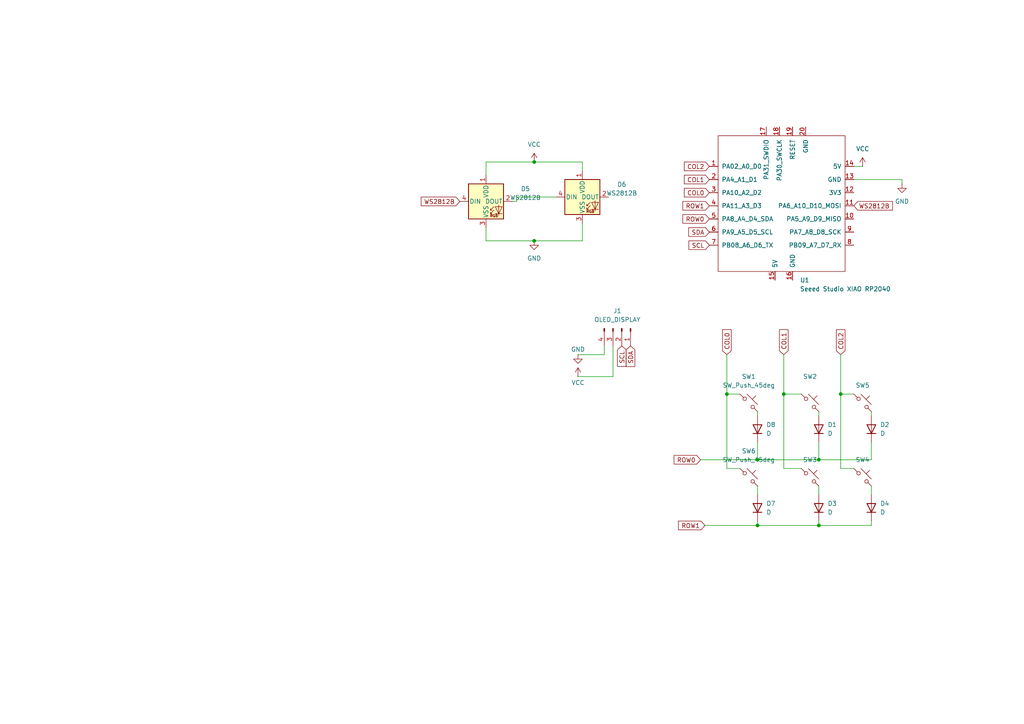
<source format=kicad_sch>
(kicad_sch
	(version 20250114)
	(generator "eeschema")
	(generator_version "9.0")
	(uuid "7995ec7a-c14b-437e-b354-3eb74052b7cb")
	(paper "A4")
	(lib_symbols
		(symbol "Connector:Conn_01x04_Pin"
			(pin_names
				(offset 1.016)
				(hide yes)
			)
			(exclude_from_sim no)
			(in_bom yes)
			(on_board yes)
			(property "Reference" "J"
				(at 0 5.08 0)
				(effects
					(font
						(size 1.27 1.27)
					)
				)
			)
			(property "Value" "Conn_01x04_Pin"
				(at 0 -7.62 0)
				(effects
					(font
						(size 1.27 1.27)
					)
				)
			)
			(property "Footprint" ""
				(at 0 0 0)
				(effects
					(font
						(size 1.27 1.27)
					)
					(hide yes)
				)
			)
			(property "Datasheet" "~"
				(at 0 0 0)
				(effects
					(font
						(size 1.27 1.27)
					)
					(hide yes)
				)
			)
			(property "Description" "Generic connector, single row, 01x04, script generated"
				(at 0 0 0)
				(effects
					(font
						(size 1.27 1.27)
					)
					(hide yes)
				)
			)
			(property "ki_locked" ""
				(at 0 0 0)
				(effects
					(font
						(size 1.27 1.27)
					)
				)
			)
			(property "ki_keywords" "connector"
				(at 0 0 0)
				(effects
					(font
						(size 1.27 1.27)
					)
					(hide yes)
				)
			)
			(property "ki_fp_filters" "Connector*:*_1x??_*"
				(at 0 0 0)
				(effects
					(font
						(size 1.27 1.27)
					)
					(hide yes)
				)
			)
			(symbol "Conn_01x04_Pin_1_1"
				(rectangle
					(start 0.8636 2.667)
					(end 0 2.413)
					(stroke
						(width 0.1524)
						(type default)
					)
					(fill
						(type outline)
					)
				)
				(rectangle
					(start 0.8636 0.127)
					(end 0 -0.127)
					(stroke
						(width 0.1524)
						(type default)
					)
					(fill
						(type outline)
					)
				)
				(rectangle
					(start 0.8636 -2.413)
					(end 0 -2.667)
					(stroke
						(width 0.1524)
						(type default)
					)
					(fill
						(type outline)
					)
				)
				(rectangle
					(start 0.8636 -4.953)
					(end 0 -5.207)
					(stroke
						(width 0.1524)
						(type default)
					)
					(fill
						(type outline)
					)
				)
				(polyline
					(pts
						(xy 1.27 2.54) (xy 0.8636 2.54)
					)
					(stroke
						(width 0.1524)
						(type default)
					)
					(fill
						(type none)
					)
				)
				(polyline
					(pts
						(xy 1.27 0) (xy 0.8636 0)
					)
					(stroke
						(width 0.1524)
						(type default)
					)
					(fill
						(type none)
					)
				)
				(polyline
					(pts
						(xy 1.27 -2.54) (xy 0.8636 -2.54)
					)
					(stroke
						(width 0.1524)
						(type default)
					)
					(fill
						(type none)
					)
				)
				(polyline
					(pts
						(xy 1.27 -5.08) (xy 0.8636 -5.08)
					)
					(stroke
						(width 0.1524)
						(type default)
					)
					(fill
						(type none)
					)
				)
				(pin passive line
					(at 5.08 2.54 180)
					(length 3.81)
					(name "Pin_1"
						(effects
							(font
								(size 1.27 1.27)
							)
						)
					)
					(number "1"
						(effects
							(font
								(size 1.27 1.27)
							)
						)
					)
				)
				(pin passive line
					(at 5.08 0 180)
					(length 3.81)
					(name "Pin_2"
						(effects
							(font
								(size 1.27 1.27)
							)
						)
					)
					(number "2"
						(effects
							(font
								(size 1.27 1.27)
							)
						)
					)
				)
				(pin passive line
					(at 5.08 -2.54 180)
					(length 3.81)
					(name "Pin_3"
						(effects
							(font
								(size 1.27 1.27)
							)
						)
					)
					(number "3"
						(effects
							(font
								(size 1.27 1.27)
							)
						)
					)
				)
				(pin passive line
					(at 5.08 -5.08 180)
					(length 3.81)
					(name "Pin_4"
						(effects
							(font
								(size 1.27 1.27)
							)
						)
					)
					(number "4"
						(effects
							(font
								(size 1.27 1.27)
							)
						)
					)
				)
			)
			(embedded_fonts no)
		)
		(symbol "Device:D"
			(pin_numbers
				(hide yes)
			)
			(pin_names
				(offset 1.016)
				(hide yes)
			)
			(exclude_from_sim no)
			(in_bom yes)
			(on_board yes)
			(property "Reference" "D"
				(at 0 2.54 0)
				(effects
					(font
						(size 1.27 1.27)
					)
				)
			)
			(property "Value" "D"
				(at 0 -2.54 0)
				(effects
					(font
						(size 1.27 1.27)
					)
				)
			)
			(property "Footprint" ""
				(at 0 0 0)
				(effects
					(font
						(size 1.27 1.27)
					)
					(hide yes)
				)
			)
			(property "Datasheet" "~"
				(at 0 0 0)
				(effects
					(font
						(size 1.27 1.27)
					)
					(hide yes)
				)
			)
			(property "Description" "Diode"
				(at 0 0 0)
				(effects
					(font
						(size 1.27 1.27)
					)
					(hide yes)
				)
			)
			(property "Sim.Device" "D"
				(at 0 0 0)
				(effects
					(font
						(size 1.27 1.27)
					)
					(hide yes)
				)
			)
			(property "Sim.Pins" "1=K 2=A"
				(at 0 0 0)
				(effects
					(font
						(size 1.27 1.27)
					)
					(hide yes)
				)
			)
			(property "ki_keywords" "diode"
				(at 0 0 0)
				(effects
					(font
						(size 1.27 1.27)
					)
					(hide yes)
				)
			)
			(property "ki_fp_filters" "TO-???* *_Diode_* *SingleDiode* D_*"
				(at 0 0 0)
				(effects
					(font
						(size 1.27 1.27)
					)
					(hide yes)
				)
			)
			(symbol "D_0_1"
				(polyline
					(pts
						(xy -1.27 1.27) (xy -1.27 -1.27)
					)
					(stroke
						(width 0.254)
						(type default)
					)
					(fill
						(type none)
					)
				)
				(polyline
					(pts
						(xy 1.27 1.27) (xy 1.27 -1.27) (xy -1.27 0) (xy 1.27 1.27)
					)
					(stroke
						(width 0.254)
						(type default)
					)
					(fill
						(type none)
					)
				)
				(polyline
					(pts
						(xy 1.27 0) (xy -1.27 0)
					)
					(stroke
						(width 0)
						(type default)
					)
					(fill
						(type none)
					)
				)
			)
			(symbol "D_1_1"
				(pin passive line
					(at -3.81 0 0)
					(length 2.54)
					(name "K"
						(effects
							(font
								(size 1.27 1.27)
							)
						)
					)
					(number "1"
						(effects
							(font
								(size 1.27 1.27)
							)
						)
					)
				)
				(pin passive line
					(at 3.81 0 180)
					(length 2.54)
					(name "A"
						(effects
							(font
								(size 1.27 1.27)
							)
						)
					)
					(number "2"
						(effects
							(font
								(size 1.27 1.27)
							)
						)
					)
				)
			)
			(embedded_fonts no)
		)
		(symbol "LED:WS2812B"
			(pin_names
				(offset 0.254)
			)
			(exclude_from_sim no)
			(in_bom yes)
			(on_board yes)
			(property "Reference" "D"
				(at 5.08 5.715 0)
				(effects
					(font
						(size 1.27 1.27)
					)
					(justify right bottom)
				)
			)
			(property "Value" "WS2812B"
				(at 1.27 -5.715 0)
				(effects
					(font
						(size 1.27 1.27)
					)
					(justify left top)
				)
			)
			(property "Footprint" "LED_SMD:LED_WS2812B_PLCC4_5.0x5.0mm_P3.2mm"
				(at 1.27 -7.62 0)
				(effects
					(font
						(size 1.27 1.27)
					)
					(justify left top)
					(hide yes)
				)
			)
			(property "Datasheet" "https://cdn-shop.adafruit.com/datasheets/WS2812B.pdf"
				(at 2.54 -9.525 0)
				(effects
					(font
						(size 1.27 1.27)
					)
					(justify left top)
					(hide yes)
				)
			)
			(property "Description" "RGB LED with integrated controller"
				(at 0 0 0)
				(effects
					(font
						(size 1.27 1.27)
					)
					(hide yes)
				)
			)
			(property "ki_keywords" "RGB LED NeoPixel addressable"
				(at 0 0 0)
				(effects
					(font
						(size 1.27 1.27)
					)
					(hide yes)
				)
			)
			(property "ki_fp_filters" "LED*WS2812*PLCC*5.0x5.0mm*P3.2mm*"
				(at 0 0 0)
				(effects
					(font
						(size 1.27 1.27)
					)
					(hide yes)
				)
			)
			(symbol "WS2812B_0_0"
				(text "RGB"
					(at 2.286 -4.191 0)
					(effects
						(font
							(size 0.762 0.762)
						)
					)
				)
			)
			(symbol "WS2812B_0_1"
				(polyline
					(pts
						(xy 1.27 -2.54) (xy 1.778 -2.54)
					)
					(stroke
						(width 0)
						(type default)
					)
					(fill
						(type none)
					)
				)
				(polyline
					(pts
						(xy 1.27 -3.556) (xy 1.778 -3.556)
					)
					(stroke
						(width 0)
						(type default)
					)
					(fill
						(type none)
					)
				)
				(polyline
					(pts
						(xy 2.286 -1.524) (xy 1.27 -2.54) (xy 1.27 -2.032)
					)
					(stroke
						(width 0)
						(type default)
					)
					(fill
						(type none)
					)
				)
				(polyline
					(pts
						(xy 2.286 -2.54) (xy 1.27 -3.556) (xy 1.27 -3.048)
					)
					(stroke
						(width 0)
						(type default)
					)
					(fill
						(type none)
					)
				)
				(polyline
					(pts
						(xy 3.683 -1.016) (xy 3.683 -3.556) (xy 3.683 -4.064)
					)
					(stroke
						(width 0)
						(type default)
					)
					(fill
						(type none)
					)
				)
				(polyline
					(pts
						(xy 4.699 -1.524) (xy 2.667 -1.524) (xy 3.683 -3.556) (xy 4.699 -1.524)
					)
					(stroke
						(width 0)
						(type default)
					)
					(fill
						(type none)
					)
				)
				(polyline
					(pts
						(xy 4.699 -3.556) (xy 2.667 -3.556)
					)
					(stroke
						(width 0)
						(type default)
					)
					(fill
						(type none)
					)
				)
				(rectangle
					(start 5.08 5.08)
					(end -5.08 -5.08)
					(stroke
						(width 0.254)
						(type default)
					)
					(fill
						(type background)
					)
				)
			)
			(symbol "WS2812B_1_1"
				(pin input line
					(at -7.62 0 0)
					(length 2.54)
					(name "DIN"
						(effects
							(font
								(size 1.27 1.27)
							)
						)
					)
					(number "4"
						(effects
							(font
								(size 1.27 1.27)
							)
						)
					)
				)
				(pin power_in line
					(at 0 7.62 270)
					(length 2.54)
					(name "VDD"
						(effects
							(font
								(size 1.27 1.27)
							)
						)
					)
					(number "1"
						(effects
							(font
								(size 1.27 1.27)
							)
						)
					)
				)
				(pin power_in line
					(at 0 -7.62 90)
					(length 2.54)
					(name "VSS"
						(effects
							(font
								(size 1.27 1.27)
							)
						)
					)
					(number "3"
						(effects
							(font
								(size 1.27 1.27)
							)
						)
					)
				)
				(pin output line
					(at 7.62 0 180)
					(length 2.54)
					(name "DOUT"
						(effects
							(font
								(size 1.27 1.27)
							)
						)
					)
					(number "2"
						(effects
							(font
								(size 1.27 1.27)
							)
						)
					)
				)
			)
			(embedded_fonts no)
		)
		(symbol "Seeed_Studio_XIAO_Series:Seeed Studio XIAO SAMD21"
			(pin_names
				(offset 1.016)
			)
			(exclude_from_sim no)
			(in_bom yes)
			(on_board yes)
			(property "Reference" "U"
				(at -19.05 22.86 0)
				(effects
					(font
						(size 1.27 1.27)
					)
				)
			)
			(property "Value" "Seeed Studio XIAO SAMD21"
				(at -12.7 21.59 0)
				(effects
					(font
						(size 1.27 1.27)
					)
				)
			)
			(property "Footprint" ""
				(at -8.89 5.08 0)
				(effects
					(font
						(size 1.27 1.27)
					)
					(hide yes)
				)
			)
			(property "Datasheet" ""
				(at -8.89 5.08 0)
				(effects
					(font
						(size 1.27 1.27)
					)
					(hide yes)
				)
			)
			(property "Description" ""
				(at 0 0 0)
				(effects
					(font
						(size 1.27 1.27)
					)
					(hide yes)
				)
			)
			(symbol "Seeed Studio XIAO SAMD21_0_1"
				(rectangle
					(start -19.05 20.32)
					(end 17.78 -19.05)
					(stroke
						(width 0)
						(type default)
					)
					(fill
						(type none)
					)
				)
			)
			(symbol "Seeed Studio XIAO SAMD21_1_1"
				(pin unspecified line
					(at -21.59 11.43 0)
					(length 2.54)
					(name "PA02_A0_D0"
						(effects
							(font
								(size 1.27 1.27)
							)
						)
					)
					(number "1"
						(effects
							(font
								(size 1.27 1.27)
							)
						)
					)
				)
				(pin unspecified line
					(at -21.59 7.62 0)
					(length 2.54)
					(name "PA4_A1_D1"
						(effects
							(font
								(size 1.27 1.27)
							)
						)
					)
					(number "2"
						(effects
							(font
								(size 1.27 1.27)
							)
						)
					)
				)
				(pin unspecified line
					(at -21.59 3.81 0)
					(length 2.54)
					(name "PA10_A2_D2"
						(effects
							(font
								(size 1.27 1.27)
							)
						)
					)
					(number "3"
						(effects
							(font
								(size 1.27 1.27)
							)
						)
					)
				)
				(pin unspecified line
					(at -21.59 0 0)
					(length 2.54)
					(name "PA11_A3_D3"
						(effects
							(font
								(size 1.27 1.27)
							)
						)
					)
					(number "4"
						(effects
							(font
								(size 1.27 1.27)
							)
						)
					)
				)
				(pin unspecified line
					(at -21.59 -3.81 0)
					(length 2.54)
					(name "PA8_A4_D4_SDA"
						(effects
							(font
								(size 1.27 1.27)
							)
						)
					)
					(number "5"
						(effects
							(font
								(size 1.27 1.27)
							)
						)
					)
				)
				(pin unspecified line
					(at -21.59 -7.62 0)
					(length 2.54)
					(name "PA9_A5_D5_SCL"
						(effects
							(font
								(size 1.27 1.27)
							)
						)
					)
					(number "6"
						(effects
							(font
								(size 1.27 1.27)
							)
						)
					)
				)
				(pin unspecified line
					(at -21.59 -11.43 0)
					(length 2.54)
					(name "PB08_A6_D6_TX"
						(effects
							(font
								(size 1.27 1.27)
							)
						)
					)
					(number "7"
						(effects
							(font
								(size 1.27 1.27)
							)
						)
					)
				)
				(pin input line
					(at -5.08 22.86 270)
					(length 2.54)
					(name "PA31_SWDIO"
						(effects
							(font
								(size 1.27 1.27)
							)
						)
					)
					(number "17"
						(effects
							(font
								(size 1.27 1.27)
							)
						)
					)
				)
				(pin input line
					(at -2.54 -21.59 90)
					(length 2.54)
					(name "5V"
						(effects
							(font
								(size 1.27 1.27)
							)
						)
					)
					(number "15"
						(effects
							(font
								(size 1.27 1.27)
							)
						)
					)
				)
				(pin input line
					(at -1.27 22.86 270)
					(length 2.54)
					(name "PA30_SWCLK"
						(effects
							(font
								(size 1.27 1.27)
							)
						)
					)
					(number "18"
						(effects
							(font
								(size 1.27 1.27)
							)
						)
					)
				)
				(pin input line
					(at 2.54 22.86 270)
					(length 2.54)
					(name "RESET"
						(effects
							(font
								(size 1.27 1.27)
							)
						)
					)
					(number "19"
						(effects
							(font
								(size 1.27 1.27)
							)
						)
					)
				)
				(pin input line
					(at 2.54 -21.59 90)
					(length 2.54)
					(name "GND"
						(effects
							(font
								(size 1.27 1.27)
							)
						)
					)
					(number "16"
						(effects
							(font
								(size 1.27 1.27)
							)
						)
					)
				)
				(pin input line
					(at 6.35 22.86 270)
					(length 2.54)
					(name "GND"
						(effects
							(font
								(size 1.27 1.27)
							)
						)
					)
					(number "20"
						(effects
							(font
								(size 1.27 1.27)
							)
						)
					)
				)
				(pin unspecified line
					(at 20.32 11.43 180)
					(length 2.54)
					(name "5V"
						(effects
							(font
								(size 1.27 1.27)
							)
						)
					)
					(number "14"
						(effects
							(font
								(size 1.27 1.27)
							)
						)
					)
				)
				(pin unspecified line
					(at 20.32 7.62 180)
					(length 2.54)
					(name "GND"
						(effects
							(font
								(size 1.27 1.27)
							)
						)
					)
					(number "13"
						(effects
							(font
								(size 1.27 1.27)
							)
						)
					)
				)
				(pin unspecified line
					(at 20.32 3.81 180)
					(length 2.54)
					(name "3V3"
						(effects
							(font
								(size 1.27 1.27)
							)
						)
					)
					(number "12"
						(effects
							(font
								(size 1.27 1.27)
							)
						)
					)
				)
				(pin unspecified line
					(at 20.32 0 180)
					(length 2.54)
					(name "PA6_A10_D10_MOSI"
						(effects
							(font
								(size 1.27 1.27)
							)
						)
					)
					(number "11"
						(effects
							(font
								(size 1.27 1.27)
							)
						)
					)
				)
				(pin unspecified line
					(at 20.32 -3.81 180)
					(length 2.54)
					(name "PA5_A9_D9_MISO"
						(effects
							(font
								(size 1.27 1.27)
							)
						)
					)
					(number "10"
						(effects
							(font
								(size 1.27 1.27)
							)
						)
					)
				)
				(pin unspecified line
					(at 20.32 -7.62 180)
					(length 2.54)
					(name "PA7_A8_D8_SCK"
						(effects
							(font
								(size 1.27 1.27)
							)
						)
					)
					(number "9"
						(effects
							(font
								(size 1.27 1.27)
							)
						)
					)
				)
				(pin unspecified line
					(at 20.32 -11.43 180)
					(length 2.54)
					(name "PB09_A7_D7_RX"
						(effects
							(font
								(size 1.27 1.27)
							)
						)
					)
					(number "8"
						(effects
							(font
								(size 1.27 1.27)
							)
						)
					)
				)
			)
			(embedded_fonts no)
		)
		(symbol "Switch:SW_Push_45deg"
			(pin_numbers
				(hide yes)
			)
			(pin_names
				(offset 1.016)
				(hide yes)
			)
			(exclude_from_sim no)
			(in_bom yes)
			(on_board yes)
			(property "Reference" "SW"
				(at 3.048 1.016 0)
				(effects
					(font
						(size 1.27 1.27)
					)
					(justify left)
				)
			)
			(property "Value" "SW_Push_45deg"
				(at 0 -3.81 0)
				(effects
					(font
						(size 1.27 1.27)
					)
				)
			)
			(property "Footprint" ""
				(at 0 0 0)
				(effects
					(font
						(size 1.27 1.27)
					)
					(hide yes)
				)
			)
			(property "Datasheet" "~"
				(at 0 0 0)
				(effects
					(font
						(size 1.27 1.27)
					)
					(hide yes)
				)
			)
			(property "Description" "Push button switch, normally open, two pins, 45° tilted"
				(at 0 0 0)
				(effects
					(font
						(size 1.27 1.27)
					)
					(hide yes)
				)
			)
			(property "ki_keywords" "switch normally-open pushbutton push-button"
				(at 0 0 0)
				(effects
					(font
						(size 1.27 1.27)
					)
					(hide yes)
				)
			)
			(symbol "SW_Push_45deg_0_1"
				(polyline
					(pts
						(xy -2.54 2.54) (xy -1.524 1.524) (xy -1.524 1.524)
					)
					(stroke
						(width 0)
						(type default)
					)
					(fill
						(type none)
					)
				)
				(circle
					(center -1.1684 1.1684)
					(radius 0.508)
					(stroke
						(width 0)
						(type default)
					)
					(fill
						(type none)
					)
				)
				(polyline
					(pts
						(xy -0.508 2.54) (xy 2.54 -0.508)
					)
					(stroke
						(width 0)
						(type default)
					)
					(fill
						(type none)
					)
				)
				(polyline
					(pts
						(xy 1.016 1.016) (xy 2.032 2.032)
					)
					(stroke
						(width 0)
						(type default)
					)
					(fill
						(type none)
					)
				)
				(circle
					(center 1.143 -1.1938)
					(radius 0.508)
					(stroke
						(width 0)
						(type default)
					)
					(fill
						(type none)
					)
				)
				(polyline
					(pts
						(xy 1.524 -1.524) (xy 2.54 -2.54) (xy 2.54 -2.54) (xy 2.54 -2.54)
					)
					(stroke
						(width 0)
						(type default)
					)
					(fill
						(type none)
					)
				)
				(pin passive line
					(at -2.54 2.54 0)
					(length 0)
					(name "1"
						(effects
							(font
								(size 1.27 1.27)
							)
						)
					)
					(number "1"
						(effects
							(font
								(size 1.27 1.27)
							)
						)
					)
				)
				(pin passive line
					(at 2.54 -2.54 180)
					(length 0)
					(name "2"
						(effects
							(font
								(size 1.27 1.27)
							)
						)
					)
					(number "2"
						(effects
							(font
								(size 1.27 1.27)
							)
						)
					)
				)
			)
			(embedded_fonts no)
		)
		(symbol "power:GND"
			(power)
			(pin_numbers
				(hide yes)
			)
			(pin_names
				(offset 0)
				(hide yes)
			)
			(exclude_from_sim no)
			(in_bom yes)
			(on_board yes)
			(property "Reference" "#PWR"
				(at 0 -6.35 0)
				(effects
					(font
						(size 1.27 1.27)
					)
					(hide yes)
				)
			)
			(property "Value" "GND"
				(at 0 -3.81 0)
				(effects
					(font
						(size 1.27 1.27)
					)
				)
			)
			(property "Footprint" ""
				(at 0 0 0)
				(effects
					(font
						(size 1.27 1.27)
					)
					(hide yes)
				)
			)
			(property "Datasheet" ""
				(at 0 0 0)
				(effects
					(font
						(size 1.27 1.27)
					)
					(hide yes)
				)
			)
			(property "Description" "Power symbol creates a global label with name \"GND\" , ground"
				(at 0 0 0)
				(effects
					(font
						(size 1.27 1.27)
					)
					(hide yes)
				)
			)
			(property "ki_keywords" "global power"
				(at 0 0 0)
				(effects
					(font
						(size 1.27 1.27)
					)
					(hide yes)
				)
			)
			(symbol "GND_0_1"
				(polyline
					(pts
						(xy 0 0) (xy 0 -1.27) (xy 1.27 -1.27) (xy 0 -2.54) (xy -1.27 -1.27) (xy 0 -1.27)
					)
					(stroke
						(width 0)
						(type default)
					)
					(fill
						(type none)
					)
				)
			)
			(symbol "GND_1_1"
				(pin power_in line
					(at 0 0 270)
					(length 0)
					(name "~"
						(effects
							(font
								(size 1.27 1.27)
							)
						)
					)
					(number "1"
						(effects
							(font
								(size 1.27 1.27)
							)
						)
					)
				)
			)
			(embedded_fonts no)
		)
		(symbol "power:VCC"
			(power)
			(pin_numbers
				(hide yes)
			)
			(pin_names
				(offset 0)
				(hide yes)
			)
			(exclude_from_sim no)
			(in_bom yes)
			(on_board yes)
			(property "Reference" "#PWR"
				(at 0 -3.81 0)
				(effects
					(font
						(size 1.27 1.27)
					)
					(hide yes)
				)
			)
			(property "Value" "VCC"
				(at 0 3.556 0)
				(effects
					(font
						(size 1.27 1.27)
					)
				)
			)
			(property "Footprint" ""
				(at 0 0 0)
				(effects
					(font
						(size 1.27 1.27)
					)
					(hide yes)
				)
			)
			(property "Datasheet" ""
				(at 0 0 0)
				(effects
					(font
						(size 1.27 1.27)
					)
					(hide yes)
				)
			)
			(property "Description" "Power symbol creates a global label with name \"VCC\""
				(at 0 0 0)
				(effects
					(font
						(size 1.27 1.27)
					)
					(hide yes)
				)
			)
			(property "ki_keywords" "global power"
				(at 0 0 0)
				(effects
					(font
						(size 1.27 1.27)
					)
					(hide yes)
				)
			)
			(symbol "VCC_0_1"
				(polyline
					(pts
						(xy -0.762 1.27) (xy 0 2.54)
					)
					(stroke
						(width 0)
						(type default)
					)
					(fill
						(type none)
					)
				)
				(polyline
					(pts
						(xy 0 2.54) (xy 0.762 1.27)
					)
					(stroke
						(width 0)
						(type default)
					)
					(fill
						(type none)
					)
				)
				(polyline
					(pts
						(xy 0 0) (xy 0 2.54)
					)
					(stroke
						(width 0)
						(type default)
					)
					(fill
						(type none)
					)
				)
			)
			(symbol "VCC_1_1"
				(pin power_in line
					(at 0 0 90)
					(length 0)
					(name "~"
						(effects
							(font
								(size 1.27 1.27)
							)
						)
					)
					(number "1"
						(effects
							(font
								(size 1.27 1.27)
							)
						)
					)
				)
			)
			(embedded_fonts no)
		)
	)
	(junction
		(at 237.49 133.35)
		(diameter 0)
		(color 0 0 0 0)
		(uuid "173a690b-3210-4656-8441-546f6d4b4334")
	)
	(junction
		(at 237.49 152.4)
		(diameter 0)
		(color 0 0 0 0)
		(uuid "48947ffd-7b89-458d-aa80-3473ee69a73f")
	)
	(junction
		(at 219.71 152.4)
		(diameter 0)
		(color 0 0 0 0)
		(uuid "49c01647-a276-428d-a54b-1f60cdb81458")
	)
	(junction
		(at 243.84 114.3)
		(diameter 0)
		(color 0 0 0 0)
		(uuid "a0827974-afdb-49b6-97c7-29c53811c96c")
	)
	(junction
		(at 154.94 46.99)
		(diameter 0)
		(color 0 0 0 0)
		(uuid "a0a3e963-c5de-4db3-9e80-f3bf285253c9")
	)
	(junction
		(at 227.33 114.3)
		(diameter 0)
		(color 0 0 0 0)
		(uuid "a408649e-970e-4e42-b1c2-5dcebf90a513")
	)
	(junction
		(at 154.94 69.85)
		(diameter 0)
		(color 0 0 0 0)
		(uuid "aa152780-3a1c-4d93-93da-92fa63b6565a")
	)
	(junction
		(at 219.71 133.35)
		(diameter 0)
		(color 0 0 0 0)
		(uuid "cfd27494-342f-4945-8ae3-f99bf8803f1e")
	)
	(junction
		(at 210.82 114.3)
		(diameter 0)
		(color 0 0 0 0)
		(uuid "d4a812ba-3454-449c-9081-d4a808f0773b")
	)
	(wire
		(pts
			(xy 167.64 109.22) (xy 177.8 109.22)
		)
		(stroke
			(width 0)
			(type default)
		)
		(uuid "04645bbf-6cbd-4a02-a078-77983fd3ff37")
	)
	(wire
		(pts
			(xy 154.94 69.85) (xy 168.91 69.85)
		)
		(stroke
			(width 0)
			(type default)
		)
		(uuid "053fcdbd-8366-492b-b6a5-286cd1f2ddd8")
	)
	(wire
		(pts
			(xy 168.91 64.77) (xy 168.91 69.85)
		)
		(stroke
			(width 0)
			(type default)
		)
		(uuid "061d385c-2a32-497d-93cb-729c305b5228")
	)
	(wire
		(pts
			(xy 252.73 140.97) (xy 252.73 143.51)
		)
		(stroke
			(width 0)
			(type default)
		)
		(uuid "09a85c9d-c7d6-48a8-98c9-0e5d310babaf")
	)
	(wire
		(pts
			(xy 175.26 102.87) (xy 175.26 100.33)
		)
		(stroke
			(width 0)
			(type default)
		)
		(uuid "13e25769-93f2-42c4-be90-f4ffc0e25e96")
	)
	(wire
		(pts
			(xy 237.49 133.35) (xy 252.73 133.35)
		)
		(stroke
			(width 0)
			(type default)
		)
		(uuid "190df610-28e2-4639-8e89-b8079e4f1522")
	)
	(wire
		(pts
			(xy 227.33 114.3) (xy 227.33 135.89)
		)
		(stroke
			(width 0)
			(type default)
		)
		(uuid "2007312d-8103-4a3f-8d0c-86af3d813d08")
	)
	(wire
		(pts
			(xy 237.49 152.4) (xy 252.73 152.4)
		)
		(stroke
			(width 0)
			(type default)
		)
		(uuid "281dbfff-ace6-4a96-acb3-5458ded7df53")
	)
	(wire
		(pts
			(xy 237.49 151.13) (xy 237.49 152.4)
		)
		(stroke
			(width 0)
			(type default)
		)
		(uuid "2b924d2f-9bdc-4f14-a6ed-9edee8fc1eb7")
	)
	(wire
		(pts
			(xy 140.97 46.99) (xy 140.97 50.8)
		)
		(stroke
			(width 0)
			(type default)
		)
		(uuid "31a07a2d-f07a-4781-828e-4ac78d2951bc")
	)
	(wire
		(pts
			(xy 168.91 46.99) (xy 154.94 46.99)
		)
		(stroke
			(width 0)
			(type default)
		)
		(uuid "35bc41cb-2d3e-4b96-90f4-5ff6ca7ea399")
	)
	(wire
		(pts
			(xy 167.64 102.87) (xy 175.26 102.87)
		)
		(stroke
			(width 0)
			(type default)
		)
		(uuid "3947a5e2-6d75-4174-a994-8da27e1525d6")
	)
	(wire
		(pts
			(xy 177.8 109.22) (xy 177.8 100.33)
		)
		(stroke
			(width 0)
			(type default)
		)
		(uuid "394f17be-7acf-4d28-971c-ed4c534ea352")
	)
	(wire
		(pts
			(xy 149.86 57.15) (xy 161.29 57.15)
		)
		(stroke
			(width 0)
			(type default)
		)
		(uuid "3d343ed7-98f0-4ecb-9ddc-d8b4bfc630c4")
	)
	(wire
		(pts
			(xy 214.63 135.89) (xy 210.82 135.89)
		)
		(stroke
			(width 0)
			(type default)
		)
		(uuid "3d71dab8-e08c-4139-a1c4-79193aed4b07")
	)
	(wire
		(pts
			(xy 219.71 152.4) (xy 237.49 152.4)
		)
		(stroke
			(width 0)
			(type default)
		)
		(uuid "406bf70b-b75d-485e-ab2e-4835ca3ec085")
	)
	(wire
		(pts
			(xy 210.82 114.3) (xy 210.82 135.89)
		)
		(stroke
			(width 0)
			(type default)
		)
		(uuid "49b03598-7358-4fe4-91a2-752184a91e1c")
	)
	(wire
		(pts
			(xy 237.49 128.27) (xy 237.49 133.35)
		)
		(stroke
			(width 0)
			(type default)
		)
		(uuid "4dec9344-a83a-4221-a6fa-a0f3d4e45d45")
	)
	(wire
		(pts
			(xy 219.71 128.27) (xy 219.71 133.35)
		)
		(stroke
			(width 0)
			(type default)
		)
		(uuid "4ed192b0-dd2a-402e-9f67-4c2e8562ffa2")
	)
	(wire
		(pts
			(xy 237.49 120.65) (xy 237.49 119.38)
		)
		(stroke
			(width 0)
			(type default)
		)
		(uuid "699e436d-b96c-4560-8fff-2c5304bee93e")
	)
	(wire
		(pts
			(xy 140.97 69.85) (xy 140.97 66.04)
		)
		(stroke
			(width 0)
			(type default)
		)
		(uuid "6bf73ac6-9bb4-476b-ac9b-a84e89145813")
	)
	(wire
		(pts
			(xy 210.82 114.3) (xy 214.63 114.3)
		)
		(stroke
			(width 0)
			(type default)
		)
		(uuid "7322c52b-7227-40fa-bd95-9937806930f3")
	)
	(wire
		(pts
			(xy 219.71 151.13) (xy 219.71 152.4)
		)
		(stroke
			(width 0)
			(type default)
		)
		(uuid "7dd5d8c7-4368-4240-903d-fb43db0c05e5")
	)
	(wire
		(pts
			(xy 243.84 114.3) (xy 247.65 114.3)
		)
		(stroke
			(width 0)
			(type default)
		)
		(uuid "83342417-303d-4182-bbad-6e37aebdbae2")
	)
	(wire
		(pts
			(xy 243.84 114.3) (xy 243.84 102.87)
		)
		(stroke
			(width 0)
			(type default)
		)
		(uuid "8797094d-0e19-4df9-b8f8-28dcf4a94acf")
	)
	(wire
		(pts
			(xy 243.84 135.89) (xy 247.65 135.89)
		)
		(stroke
			(width 0)
			(type default)
		)
		(uuid "88bfb973-b771-4238-a050-093f29ffba4b")
	)
	(wire
		(pts
			(xy 243.84 114.3) (xy 243.84 135.89)
		)
		(stroke
			(width 0)
			(type default)
		)
		(uuid "8a484478-efcc-4efe-8da4-1ea751d1066b")
	)
	(wire
		(pts
			(xy 247.65 52.07) (xy 261.62 52.07)
		)
		(stroke
			(width 0)
			(type default)
		)
		(uuid "8b6930d4-589b-4cea-b44a-b7fcab7a457b")
	)
	(wire
		(pts
			(xy 140.97 46.99) (xy 154.94 46.99)
		)
		(stroke
			(width 0)
			(type default)
		)
		(uuid "9104f132-cad4-40b4-b74d-07cfa76df317")
	)
	(wire
		(pts
			(xy 219.71 140.97) (xy 219.71 143.51)
		)
		(stroke
			(width 0)
			(type default)
		)
		(uuid "ab42eb2e-d78f-4b1d-8c78-e4f29e66a9c5")
	)
	(wire
		(pts
			(xy 247.65 48.26) (xy 250.19 48.26)
		)
		(stroke
			(width 0)
			(type default)
		)
		(uuid "af6065b3-a5f4-4b5c-a4c3-f28ef2c38ab3")
	)
	(wire
		(pts
			(xy 204.47 152.4) (xy 219.71 152.4)
		)
		(stroke
			(width 0)
			(type default)
		)
		(uuid "b56514fb-8a3b-4174-816e-207f34f9894b")
	)
	(wire
		(pts
			(xy 219.71 119.38) (xy 219.71 120.65)
		)
		(stroke
			(width 0)
			(type default)
		)
		(uuid "bf12b70b-330c-4ac8-b7ff-a83a4b540dcd")
	)
	(wire
		(pts
			(xy 210.82 102.87) (xy 210.82 114.3)
		)
		(stroke
			(width 0)
			(type default)
		)
		(uuid "c104f100-1d77-4b72-a99d-72ab37c1be9a")
	)
	(wire
		(pts
			(xy 252.73 152.4) (xy 252.73 151.13)
		)
		(stroke
			(width 0)
			(type default)
		)
		(uuid "c3fe4e43-9665-4549-b25c-572108d0fb23")
	)
	(wire
		(pts
			(xy 219.71 133.35) (xy 237.49 133.35)
		)
		(stroke
			(width 0)
			(type default)
		)
		(uuid "c420ee34-a48f-4803-aa93-8132c8aeae9a")
	)
	(wire
		(pts
			(xy 227.33 102.87) (xy 227.33 114.3)
		)
		(stroke
			(width 0)
			(type default)
		)
		(uuid "c6ace9b0-6c93-4563-bd96-3a8eaaad3bba")
	)
	(wire
		(pts
			(xy 203.2 133.35) (xy 219.71 133.35)
		)
		(stroke
			(width 0)
			(type default)
		)
		(uuid "ce034b89-f30d-4ea0-ab56-1ab65ddd23bd")
	)
	(wire
		(pts
			(xy 252.73 128.27) (xy 252.73 133.35)
		)
		(stroke
			(width 0)
			(type default)
		)
		(uuid "d87832f6-f1c5-4653-8e03-c10d6573673e")
	)
	(wire
		(pts
			(xy 227.33 135.89) (xy 232.41 135.89)
		)
		(stroke
			(width 0)
			(type default)
		)
		(uuid "d9cb31e4-8b34-47e1-ab13-8c7eabb6b089")
	)
	(wire
		(pts
			(xy 261.62 53.34) (xy 261.62 52.07)
		)
		(stroke
			(width 0)
			(type default)
		)
		(uuid "df01fcef-5303-418c-9bba-6b7dcf36ab16")
	)
	(wire
		(pts
			(xy 168.91 46.99) (xy 168.91 49.53)
		)
		(stroke
			(width 0)
			(type default)
		)
		(uuid "e974e009-fb47-482c-aa0e-853c8d5d5487")
	)
	(wire
		(pts
			(xy 140.97 69.85) (xy 154.94 69.85)
		)
		(stroke
			(width 0)
			(type default)
		)
		(uuid "eb1b54ec-2be3-4e04-8611-afe29e57e63a")
	)
	(wire
		(pts
			(xy 148.59 58.42) (xy 149.86 58.42)
		)
		(stroke
			(width 0)
			(type default)
		)
		(uuid "eed9bdf0-0959-404f-aa39-c33d7733cdd5")
	)
	(wire
		(pts
			(xy 237.49 143.51) (xy 237.49 140.97)
		)
		(stroke
			(width 0)
			(type default)
		)
		(uuid "eff4b2e9-aa3f-43c7-a26f-0118885a3eff")
	)
	(wire
		(pts
			(xy 149.86 58.42) (xy 149.86 57.15)
		)
		(stroke
			(width 0)
			(type default)
		)
		(uuid "f91a685a-f933-41a9-811a-bf9507f13b28")
	)
	(wire
		(pts
			(xy 227.33 114.3) (xy 232.41 114.3)
		)
		(stroke
			(width 0)
			(type default)
		)
		(uuid "f9a2e48c-deb5-4100-96f3-2691ee7b34db")
	)
	(wire
		(pts
			(xy 252.73 119.38) (xy 252.73 120.65)
		)
		(stroke
			(width 0)
			(type default)
		)
		(uuid "fd3313ae-c2d2-4651-b5a1-b0e22385fe04")
	)
	(global_label "SCL"
		(shape input)
		(at 205.74 71.12 180)
		(fields_autoplaced yes)
		(effects
			(font
				(size 1.27 1.27)
			)
			(justify right)
		)
		(uuid "03172a83-fb0c-4f84-bce3-2f121971dbf5")
		(property "Intersheetrefs" "${INTERSHEET_REFS}"
			(at 199.2472 71.12 0)
			(effects
				(font
					(size 1.27 1.27)
				)
				(justify right)
				(hide yes)
			)
		)
	)
	(global_label "ROW1"
		(shape input)
		(at 205.74 59.69 180)
		(fields_autoplaced yes)
		(effects
			(font
				(size 1.27 1.27)
			)
			(justify right)
		)
		(uuid "191cec98-a81d-4f61-b293-5a29ed01c5c6")
		(property "Intersheetrefs" "${INTERSHEET_REFS}"
			(at 197.4934 59.69 0)
			(effects
				(font
					(size 1.27 1.27)
				)
				(justify right)
				(hide yes)
			)
		)
	)
	(global_label "COL0"
		(shape input)
		(at 205.74 55.88 180)
		(fields_autoplaced yes)
		(effects
			(font
				(size 1.27 1.27)
			)
			(justify right)
		)
		(uuid "4698145f-d06b-4761-b695-7709dca102a2")
		(property "Intersheetrefs" "${INTERSHEET_REFS}"
			(at 197.9167 55.88 0)
			(effects
				(font
					(size 1.27 1.27)
				)
				(justify right)
				(hide yes)
			)
		)
	)
	(global_label "SDA"
		(shape input)
		(at 205.74 67.31 180)
		(fields_autoplaced yes)
		(effects
			(font
				(size 1.27 1.27)
			)
			(justify right)
		)
		(uuid "7039c775-1ef0-4578-87a2-2a26ba205606")
		(property "Intersheetrefs" "${INTERSHEET_REFS}"
			(at 199.1867 67.31 0)
			(effects
				(font
					(size 1.27 1.27)
				)
				(justify right)
				(hide yes)
			)
		)
	)
	(global_label "COL2"
		(shape input)
		(at 205.74 48.26 180)
		(fields_autoplaced yes)
		(effects
			(font
				(size 1.27 1.27)
			)
			(justify right)
		)
		(uuid "754e315b-b1e0-4a57-bba5-26a8e88f9abf")
		(property "Intersheetrefs" "${INTERSHEET_REFS}"
			(at 197.9167 48.26 0)
			(effects
				(font
					(size 1.27 1.27)
				)
				(justify right)
				(hide yes)
			)
		)
	)
	(global_label "WS2812B"
		(shape input)
		(at 247.65 59.69 0)
		(fields_autoplaced yes)
		(effects
			(font
				(size 1.27 1.27)
			)
			(justify left)
		)
		(uuid "77a7d61a-57a5-4964-a0d3-ed6d174ce260")
		(property "Intersheetrefs" "${INTERSHEET_REFS}"
			(at 259.4041 59.69 0)
			(effects
				(font
					(size 1.27 1.27)
				)
				(justify left)
				(hide yes)
			)
		)
	)
	(global_label "ROW1"
		(shape input)
		(at 204.47 152.4 180)
		(fields_autoplaced yes)
		(effects
			(font
				(size 1.27 1.27)
			)
			(justify right)
		)
		(uuid "8a36f6f2-e40b-48ba-b764-768d1d24f28b")
		(property "Intersheetrefs" "${INTERSHEET_REFS}"
			(at 196.2234 152.4 0)
			(effects
				(font
					(size 1.27 1.27)
				)
				(justify right)
				(hide yes)
			)
		)
	)
	(global_label "ROW0"
		(shape input)
		(at 203.2 133.35 180)
		(fields_autoplaced yes)
		(effects
			(font
				(size 1.27 1.27)
			)
			(justify right)
		)
		(uuid "91e750fc-e593-489e-9e3b-f10f554faf94")
		(property "Intersheetrefs" "${INTERSHEET_REFS}"
			(at 194.9534 133.35 0)
			(effects
				(font
					(size 1.27 1.27)
				)
				(justify right)
				(hide yes)
			)
		)
	)
	(global_label "SCL"
		(shape input)
		(at 180.34 100.33 270)
		(fields_autoplaced yes)
		(effects
			(font
				(size 1.27 1.27)
			)
			(justify right)
		)
		(uuid "946cbfe1-c02b-45ad-ad5a-c9dd09cce658")
		(property "Intersheetrefs" "${INTERSHEET_REFS}"
			(at 180.34 106.8228 90)
			(effects
				(font
					(size 1.27 1.27)
				)
				(justify right)
				(hide yes)
			)
		)
	)
	(global_label "WS2812B"
		(shape input)
		(at 133.35 58.42 180)
		(effects
			(font
				(size 1.27 1.27)
			)
			(justify right)
		)
		(uuid "993ab961-f7b4-4b7b-8f8d-877b3cf31279")
		(property "Intersheetrefs" "${INTERSHEET_REFS}"
			(at 125.4059 58.42 0)
			(effects
				(font
					(size 1.27 1.27)
				)
				(justify right)
				(hide yes)
			)
		)
	)
	(global_label "ROW0"
		(shape input)
		(at 205.74 63.5 180)
		(fields_autoplaced yes)
		(effects
			(font
				(size 1.27 1.27)
			)
			(justify right)
		)
		(uuid "a1bfec4f-ff5c-4fe4-a992-5807ffe0fc0f")
		(property "Intersheetrefs" "${INTERSHEET_REFS}"
			(at 197.4934 63.5 0)
			(effects
				(font
					(size 1.27 1.27)
				)
				(justify right)
				(hide yes)
			)
		)
	)
	(global_label "COL2"
		(shape input)
		(at 243.84 102.87 90)
		(fields_autoplaced yes)
		(effects
			(font
				(size 1.27 1.27)
			)
			(justify left)
		)
		(uuid "a2a1323e-bf04-4c8d-aa66-909b389748ad")
		(property "Intersheetrefs" "${INTERSHEET_REFS}"
			(at 243.84 95.0467 90)
			(effects
				(font
					(size 1.27 1.27)
				)
				(justify left)
				(hide yes)
			)
		)
	)
	(global_label "COL1"
		(shape input)
		(at 205.74 52.07 180)
		(fields_autoplaced yes)
		(effects
			(font
				(size 1.27 1.27)
			)
			(justify right)
		)
		(uuid "abb7426e-acde-408b-b827-314744c6a551")
		(property "Intersheetrefs" "${INTERSHEET_REFS}"
			(at 197.9167 52.07 0)
			(effects
				(font
					(size 1.27 1.27)
				)
				(justify right)
				(hide yes)
			)
		)
	)
	(global_label "COL0"
		(shape input)
		(at 210.82 102.87 90)
		(fields_autoplaced yes)
		(effects
			(font
				(size 1.27 1.27)
			)
			(justify left)
		)
		(uuid "c6ace0d9-52f3-4526-a14a-4a857e0bd535")
		(property "Intersheetrefs" "${INTERSHEET_REFS}"
			(at 210.82 95.0467 90)
			(effects
				(font
					(size 1.27 1.27)
				)
				(justify left)
				(hide yes)
			)
		)
	)
	(global_label "SDA"
		(shape input)
		(at 182.88 100.33 270)
		(fields_autoplaced yes)
		(effects
			(font
				(size 1.27 1.27)
			)
			(justify right)
		)
		(uuid "e33c8e51-9148-41cb-acfd-e7d7e0994a4d")
		(property "Intersheetrefs" "${INTERSHEET_REFS}"
			(at 182.88 106.8833 90)
			(effects
				(font
					(size 1.27 1.27)
				)
				(justify right)
				(hide yes)
			)
		)
	)
	(global_label "COL1"
		(shape input)
		(at 227.33 102.87 90)
		(fields_autoplaced yes)
		(effects
			(font
				(size 1.27 1.27)
			)
			(justify left)
		)
		(uuid "f08f0933-cd5e-495e-8592-1b11e5eae7e9")
		(property "Intersheetrefs" "${INTERSHEET_REFS}"
			(at 227.33 95.0467 90)
			(effects
				(font
					(size 1.27 1.27)
				)
				(justify left)
				(hide yes)
			)
		)
	)
	(symbol
		(lib_id "Device:D")
		(at 252.73 124.46 90)
		(unit 1)
		(exclude_from_sim no)
		(in_bom yes)
		(on_board yes)
		(dnp no)
		(fields_autoplaced yes)
		(uuid "1b8111b6-5ee1-4967-ad71-226bcdc46624")
		(property "Reference" "D2"
			(at 255.27 123.1899 90)
			(effects
				(font
					(size 1.27 1.27)
				)
				(justify right)
			)
		)
		(property "Value" "D"
			(at 255.27 125.7299 90)
			(effects
				(font
					(size 1.27 1.27)
				)
				(justify right)
			)
		)
		(property "Footprint" "Diode_THT:D_DO-35_SOD27_P7.62mm_Horizontal"
			(at 252.73 124.46 0)
			(effects
				(font
					(size 1.27 1.27)
				)
				(hide yes)
			)
		)
		(property "Datasheet" "~"
			(at 252.73 124.46 0)
			(effects
				(font
					(size 1.27 1.27)
				)
				(hide yes)
			)
		)
		(property "Description" "Diode"
			(at 252.73 124.46 0)
			(effects
				(font
					(size 1.27 1.27)
				)
				(hide yes)
			)
		)
		(property "Sim.Device" "D"
			(at 252.73 124.46 0)
			(effects
				(font
					(size 1.27 1.27)
				)
				(hide yes)
			)
		)
		(property "Sim.Pins" "1=K 2=A"
			(at 252.73 124.46 0)
			(effects
				(font
					(size 1.27 1.27)
				)
				(hide yes)
			)
		)
		(pin "2"
			(uuid "98bc29af-8231-4192-a8c9-f222a8739fe8")
		)
		(pin "1"
			(uuid "a7173550-edc6-4d70-b699-db4675a29b3c")
		)
		(instances
			(project "orpheuspad_pcb"
				(path "/7995ec7a-c14b-437e-b354-3eb74052b7cb"
					(reference "D2")
					(unit 1)
				)
			)
		)
	)
	(symbol
		(lib_id "Seeed_Studio_XIAO_Series:Seeed Studio XIAO SAMD21")
		(at 227.33 59.69 0)
		(unit 1)
		(exclude_from_sim no)
		(in_bom yes)
		(on_board yes)
		(dnp no)
		(fields_autoplaced yes)
		(uuid "2ff0ac81-a7cc-4949-89ae-1b7dcceb15ad")
		(property "Reference" "U1"
			(at 232.0133 81.28 0)
			(effects
				(font
					(size 1.27 1.27)
				)
				(justify left)
			)
		)
		(property "Value" "Seeed Studio XIAO RP2040"
			(at 232.0133 83.82 0)
			(effects
				(font
					(size 1.27 1.27)
				)
				(justify left)
			)
		)
		(property "Footprint" "Seeed Studio XIAO Series Library:XIAO-RP2040-SMD"
			(at 218.44 54.61 0)
			(effects
				(font
					(size 1.27 1.27)
				)
				(hide yes)
			)
		)
		(property "Datasheet" ""
			(at 218.44 54.61 0)
			(effects
				(font
					(size 1.27 1.27)
				)
				(hide yes)
			)
		)
		(property "Description" ""
			(at 227.33 59.69 0)
			(effects
				(font
					(size 1.27 1.27)
				)
				(hide yes)
			)
		)
		(pin "7"
			(uuid "2cf73d7b-18a0-48c0-b6ad-7c578d09a159")
		)
		(pin "3"
			(uuid "d07d5f8b-6234-4c7c-9554-3539b1910769")
		)
		(pin "18"
			(uuid "f29c953d-95ef-4751-b43d-e9022acba5a3")
		)
		(pin "5"
			(uuid "940e1e3b-6745-433b-98c4-df3cc3ee0818")
		)
		(pin "19"
			(uuid "59ad9cb1-0439-4ec9-8023-e2ec1800c06a")
		)
		(pin "4"
			(uuid "6f6d7858-79ab-430f-88d1-f9eff74f2f95")
		)
		(pin "20"
			(uuid "7e516b80-9b93-4a5f-8cf4-f3705d76716b")
		)
		(pin "17"
			(uuid "9ff7777d-7d6f-4fc1-9409-4ba7711cc678")
		)
		(pin "2"
			(uuid "3b18361b-457d-4224-b828-6a04fbdede9e")
		)
		(pin "6"
			(uuid "02bb43ed-ec8b-463e-bb2e-8e956bf74f09")
		)
		(pin "8"
			(uuid "ba7bee5a-e499-4167-b982-e88276709a7f")
		)
		(pin "1"
			(uuid "138e4a3c-7918-4fa2-a9d3-6ab057c0b93c")
		)
		(pin "10"
			(uuid "f0d99179-ebca-4d62-af5a-f4bfff460f1b")
		)
		(pin "11"
			(uuid "3973656c-72bb-4713-87eb-2c53ef56d0bd")
		)
		(pin "15"
			(uuid "3d1ff4e6-1d59-4cd8-bbd4-79d1542fd833")
		)
		(pin "12"
			(uuid "a9412a99-0b7c-470a-a906-70bae6856b89")
		)
		(pin "13"
			(uuid "18206cf8-f68b-4910-b4b8-f569f9a5c471")
		)
		(pin "14"
			(uuid "edbf9be2-6ce3-43a7-8c35-0f4b6934746a")
		)
		(pin "9"
			(uuid "c01d0072-e5e8-4381-89ee-5924e6ee3e68")
		)
		(pin "16"
			(uuid "49d79189-914a-45cc-938e-6949774ef2a9")
		)
		(instances
			(project "orpheuspad_pcb"
				(path "/7995ec7a-c14b-437e-b354-3eb74052b7cb"
					(reference "U1")
					(unit 1)
				)
			)
		)
	)
	(symbol
		(lib_id "power:GND")
		(at 167.64 102.87 0)
		(unit 1)
		(exclude_from_sim no)
		(in_bom yes)
		(on_board yes)
		(dnp no)
		(uuid "3ce3ec76-219b-49ca-a4aa-519bd6991a20")
		(property "Reference" "#PWR04"
			(at 167.64 109.22 0)
			(effects
				(font
					(size 1.27 1.27)
				)
				(hide yes)
			)
		)
		(property "Value" "GND"
			(at 167.64 101.346 0)
			(effects
				(font
					(size 1.27 1.27)
				)
			)
		)
		(property "Footprint" ""
			(at 167.64 102.87 0)
			(effects
				(font
					(size 1.27 1.27)
				)
				(hide yes)
			)
		)
		(property "Datasheet" ""
			(at 167.64 102.87 0)
			(effects
				(font
					(size 1.27 1.27)
				)
				(hide yes)
			)
		)
		(property "Description" "Power symbol creates a global label with name \"GND\" , ground"
			(at 167.64 102.87 0)
			(effects
				(font
					(size 1.27 1.27)
				)
				(hide yes)
			)
		)
		(pin "1"
			(uuid "75a45ce0-0251-4344-af0a-7097ea942cfb")
		)
		(instances
			(project "orpheuspad_pcb"
				(path "/7995ec7a-c14b-437e-b354-3eb74052b7cb"
					(reference "#PWR04")
					(unit 1)
				)
			)
		)
	)
	(symbol
		(lib_id "LED:WS2812B")
		(at 168.91 57.15 0)
		(unit 1)
		(exclude_from_sim no)
		(in_bom yes)
		(on_board yes)
		(dnp no)
		(fields_autoplaced yes)
		(uuid "43612a65-c721-4ebd-be2c-baea73666282")
		(property "Reference" "D6"
			(at 180.34 53.502 0)
			(effects
				(font
					(size 1.27 1.27)
				)
			)
		)
		(property "Value" "WS2812B"
			(at 180.34 56.042 0)
			(effects
				(font
					(size 1.27 1.27)
				)
			)
		)
		(property "Footprint" "LED_SMD:LED_WS2812B_PLCC4_5.0x5.0mm_P3.2mm"
			(at 170.18 64.77 0)
			(effects
				(font
					(size 1.27 1.27)
				)
				(justify left top)
				(hide yes)
			)
		)
		(property "Datasheet" "https://cdn-shop.adafruit.com/datasheets/WS2812B.pdf"
			(at 171.45 66.675 0)
			(effects
				(font
					(size 1.27 1.27)
				)
				(justify left top)
				(hide yes)
			)
		)
		(property "Description" "RGB LED with integrated controller"
			(at 168.91 57.15 0)
			(effects
				(font
					(size 1.27 1.27)
				)
				(hide yes)
			)
		)
		(pin "1"
			(uuid "9a720086-1217-4d94-a158-81b4ca48b3eb")
		)
		(pin "2"
			(uuid "9ecc52d0-4440-4131-ad7e-c16ca1532f22")
		)
		(pin "3"
			(uuid "e6a10253-7863-4a29-bdbe-226b910334df")
		)
		(pin "4"
			(uuid "5a35e91c-fc08-44c7-9f4e-a7db4eb49d97")
		)
		(instances
			(project "orpheuspad_pcb"
				(path "/7995ec7a-c14b-437e-b354-3eb74052b7cb"
					(reference "D6")
					(unit 1)
				)
			)
		)
	)
	(symbol
		(lib_id "Switch:SW_Push_45deg")
		(at 217.17 138.43 0)
		(unit 1)
		(exclude_from_sim no)
		(in_bom yes)
		(on_board yes)
		(dnp no)
		(fields_autoplaced yes)
		(uuid "4b576d89-f844-43ed-9906-2474fd561760")
		(property "Reference" "SW6"
			(at 217.17 130.81 0)
			(effects
				(font
					(size 1.27 1.27)
				)
			)
		)
		(property "Value" "SW_Push_45deg"
			(at 217.17 133.35 0)
			(effects
				(font
					(size 1.27 1.27)
				)
			)
		)
		(property "Footprint" "MX_Solderable:MX-Solderable-1U"
			(at 217.17 138.43 0)
			(effects
				(font
					(size 1.27 1.27)
				)
				(hide yes)
			)
		)
		(property "Datasheet" "~"
			(at 217.17 138.43 0)
			(effects
				(font
					(size 1.27 1.27)
				)
				(hide yes)
			)
		)
		(property "Description" "Push button switch, normally open, two pins, 45° tilted"
			(at 217.17 138.43 0)
			(effects
				(font
					(size 1.27 1.27)
				)
				(hide yes)
			)
		)
		(pin "1"
			(uuid "79b91ed4-b5e0-4647-a3eb-1790c164fa14")
		)
		(pin "2"
			(uuid "2202eb9a-e752-49eb-af1d-be281f549f0c")
		)
		(instances
			(project ""
				(path "/7995ec7a-c14b-437e-b354-3eb74052b7cb"
					(reference "SW6")
					(unit 1)
				)
			)
		)
	)
	(symbol
		(lib_id "Device:D")
		(at 252.73 147.32 90)
		(unit 1)
		(exclude_from_sim no)
		(in_bom yes)
		(on_board yes)
		(dnp no)
		(fields_autoplaced yes)
		(uuid "54f86cd4-50fe-45fc-9562-7693be5bdf62")
		(property "Reference" "D4"
			(at 255.27 146.0499 90)
			(effects
				(font
					(size 1.27 1.27)
				)
				(justify right)
			)
		)
		(property "Value" "D"
			(at 255.27 148.5899 90)
			(effects
				(font
					(size 1.27 1.27)
				)
				(justify right)
			)
		)
		(property "Footprint" "Diode_THT:D_DO-35_SOD27_P7.62mm_Horizontal"
			(at 252.73 147.32 0)
			(effects
				(font
					(size 1.27 1.27)
				)
				(hide yes)
			)
		)
		(property "Datasheet" "~"
			(at 252.73 147.32 0)
			(effects
				(font
					(size 1.27 1.27)
				)
				(hide yes)
			)
		)
		(property "Description" "Diode"
			(at 252.73 147.32 0)
			(effects
				(font
					(size 1.27 1.27)
				)
				(hide yes)
			)
		)
		(property "Sim.Device" "D"
			(at 252.73 147.32 0)
			(effects
				(font
					(size 1.27 1.27)
				)
				(hide yes)
			)
		)
		(property "Sim.Pins" "1=K 2=A"
			(at 252.73 147.32 0)
			(effects
				(font
					(size 1.27 1.27)
				)
				(hide yes)
			)
		)
		(pin "1"
			(uuid "946698e3-d170-479f-b817-6d6057f15a37")
		)
		(pin "2"
			(uuid "4c57ce9a-58be-4a54-9bff-a1d40427886f")
		)
		(instances
			(project "orpheuspad_pcb"
				(path "/7995ec7a-c14b-437e-b354-3eb74052b7cb"
					(reference "D4")
					(unit 1)
				)
			)
		)
	)
	(symbol
		(lib_id "Switch:SW_Push_45deg")
		(at 250.19 138.43 0)
		(unit 1)
		(exclude_from_sim no)
		(in_bom yes)
		(on_board yes)
		(dnp no)
		(fields_autoplaced yes)
		(uuid "5a86debc-c975-4c65-af7b-bd56767a3642")
		(property "Reference" "SW4"
			(at 250.19 133.35 0)
			(effects
				(font
					(size 1.27 1.27)
				)
			)
		)
		(property "Value" "SW_Push_45deg"
			(at 250.19 133.35 0)
			(effects
				(font
					(size 1.27 1.27)
				)
				(hide yes)
			)
		)
		(property "Footprint" "MX_Solderable:MX-Solderable-1U"
			(at 250.19 138.43 0)
			(effects
				(font
					(size 1.27 1.27)
				)
				(hide yes)
			)
		)
		(property "Datasheet" "~"
			(at 250.19 138.43 0)
			(effects
				(font
					(size 1.27 1.27)
				)
				(hide yes)
			)
		)
		(property "Description" "Push button switch, normally open, two pins, 45° tilted"
			(at 250.19 138.43 0)
			(effects
				(font
					(size 1.27 1.27)
				)
				(hide yes)
			)
		)
		(pin "1"
			(uuid "323654bd-4c95-498a-a1d0-728b624124b2")
		)
		(pin "2"
			(uuid "5cc30e0c-04f1-4bd0-bd9c-7934135e7d1b")
		)
		(instances
			(project "orpheuspad_pcb"
				(path "/7995ec7a-c14b-437e-b354-3eb74052b7cb"
					(reference "SW4")
					(unit 1)
				)
			)
		)
	)
	(symbol
		(lib_id "power:VCC")
		(at 250.19 48.26 0)
		(unit 1)
		(exclude_from_sim no)
		(in_bom yes)
		(on_board yes)
		(dnp no)
		(fields_autoplaced yes)
		(uuid "60269d05-aefc-4e4d-b2dd-d0d75b926e99")
		(property "Reference" "#PWR02"
			(at 250.19 52.07 0)
			(effects
				(font
					(size 1.27 1.27)
				)
				(hide yes)
			)
		)
		(property "Value" "VCC"
			(at 250.19 43.18 0)
			(effects
				(font
					(size 1.27 1.27)
				)
			)
		)
		(property "Footprint" ""
			(at 250.19 48.26 0)
			(effects
				(font
					(size 1.27 1.27)
				)
				(hide yes)
			)
		)
		(property "Datasheet" ""
			(at 250.19 48.26 0)
			(effects
				(font
					(size 1.27 1.27)
				)
				(hide yes)
			)
		)
		(property "Description" "Power symbol creates a global label with name \"VCC\""
			(at 250.19 48.26 0)
			(effects
				(font
					(size 1.27 1.27)
				)
				(hide yes)
			)
		)
		(pin "1"
			(uuid "72d421fb-52ae-4d80-b231-192104dc9408")
		)
		(instances
			(project "orpheuspad_pcb"
				(path "/7995ec7a-c14b-437e-b354-3eb74052b7cb"
					(reference "#PWR02")
					(unit 1)
				)
			)
		)
	)
	(symbol
		(lib_id "Switch:SW_Push_45deg")
		(at 234.95 116.84 0)
		(unit 1)
		(exclude_from_sim no)
		(in_bom yes)
		(on_board yes)
		(dnp no)
		(fields_autoplaced yes)
		(uuid "61f9b887-648d-4f7a-97da-3d638c219f4b")
		(property "Reference" "SW2"
			(at 234.95 109.22 0)
			(effects
				(font
					(size 1.27 1.27)
				)
			)
		)
		(property "Value" "SW_Push_45deg"
			(at 234.95 111.76 0)
			(effects
				(font
					(size 1.27 1.27)
				)
				(hide yes)
			)
		)
		(property "Footprint" "MX_Solderable:MX-Solderable-1U"
			(at 234.95 116.84 0)
			(effects
				(font
					(size 1.27 1.27)
				)
				(hide yes)
			)
		)
		(property "Datasheet" "~"
			(at 234.95 116.84 0)
			(effects
				(font
					(size 1.27 1.27)
				)
				(hide yes)
			)
		)
		(property "Description" "Push button switch, normally open, two pins, 45° tilted"
			(at 234.95 116.84 0)
			(effects
				(font
					(size 1.27 1.27)
				)
				(hide yes)
			)
		)
		(pin "1"
			(uuid "b03ea032-83b3-40f4-b9ac-83a1f6bb5aaa")
		)
		(pin "2"
			(uuid "fcbbebf3-ff74-41e9-871a-16ca5c76582a")
		)
		(instances
			(project "orpheuspad_pcb"
				(path "/7995ec7a-c14b-437e-b354-3eb74052b7cb"
					(reference "SW2")
					(unit 1)
				)
			)
		)
	)
	(symbol
		(lib_id "Switch:SW_Push_45deg")
		(at 217.17 116.84 0)
		(unit 1)
		(exclude_from_sim no)
		(in_bom yes)
		(on_board yes)
		(dnp no)
		(fields_autoplaced yes)
		(uuid "77f583b1-2f8e-42c6-ade5-e2a2b9887831")
		(property "Reference" "SW1"
			(at 217.17 109.22 0)
			(effects
				(font
					(size 1.27 1.27)
				)
			)
		)
		(property "Value" "SW_Push_45deg"
			(at 217.17 111.76 0)
			(effects
				(font
					(size 1.27 1.27)
				)
			)
		)
		(property "Footprint" "MX_Solderable:MX-Solderable-1U"
			(at 217.17 116.84 0)
			(effects
				(font
					(size 1.27 1.27)
				)
				(hide yes)
			)
		)
		(property "Datasheet" "~"
			(at 217.17 116.84 0)
			(effects
				(font
					(size 1.27 1.27)
				)
				(hide yes)
			)
		)
		(property "Description" "Push button switch, normally open, two pins, 45° tilted"
			(at 217.17 116.84 0)
			(effects
				(font
					(size 1.27 1.27)
				)
				(hide yes)
			)
		)
		(pin "2"
			(uuid "a75c1d47-d5d5-4d85-a5c0-f2573e1c0946")
		)
		(pin "1"
			(uuid "30d926e4-dab3-4533-9dd5-202776b926bc")
		)
		(instances
			(project ""
				(path "/7995ec7a-c14b-437e-b354-3eb74052b7cb"
					(reference "SW1")
					(unit 1)
				)
			)
		)
	)
	(symbol
		(lib_id "Device:D")
		(at 219.71 147.32 90)
		(unit 1)
		(exclude_from_sim no)
		(in_bom yes)
		(on_board yes)
		(dnp no)
		(fields_autoplaced yes)
		(uuid "85781741-1d9d-452d-b496-3ef93be3c885")
		(property "Reference" "D7"
			(at 222.25 146.0499 90)
			(effects
				(font
					(size 1.27 1.27)
				)
				(justify right)
			)
		)
		(property "Value" "D"
			(at 222.25 148.5899 90)
			(effects
				(font
					(size 1.27 1.27)
				)
				(justify right)
			)
		)
		(property "Footprint" "Diode_THT:D_DO-35_SOD27_P7.62mm_Horizontal"
			(at 219.71 147.32 0)
			(effects
				(font
					(size 1.27 1.27)
				)
				(hide yes)
			)
		)
		(property "Datasheet" "~"
			(at 219.71 147.32 0)
			(effects
				(font
					(size 1.27 1.27)
				)
				(hide yes)
			)
		)
		(property "Description" "Diode"
			(at 219.71 147.32 0)
			(effects
				(font
					(size 1.27 1.27)
				)
				(hide yes)
			)
		)
		(property "Sim.Device" "D"
			(at 219.71 147.32 0)
			(effects
				(font
					(size 1.27 1.27)
				)
				(hide yes)
			)
		)
		(property "Sim.Pins" "1=K 2=A"
			(at 219.71 147.32 0)
			(effects
				(font
					(size 1.27 1.27)
				)
				(hide yes)
			)
		)
		(pin "1"
			(uuid "8efda6c8-33d3-4897-ab98-467985e262af")
		)
		(pin "2"
			(uuid "de25ca4e-6054-4a06-b2d9-defc8b52a1b5")
		)
		(instances
			(project "orpheuspad_pcb"
				(path "/7995ec7a-c14b-437e-b354-3eb74052b7cb"
					(reference "D7")
					(unit 1)
				)
			)
		)
	)
	(symbol
		(lib_id "Switch:SW_Push_45deg")
		(at 250.19 116.84 0)
		(unit 1)
		(exclude_from_sim no)
		(in_bom yes)
		(on_board yes)
		(dnp no)
		(fields_autoplaced yes)
		(uuid "8c2338af-5d53-45fd-86ec-896c55df3d4d")
		(property "Reference" "SW5"
			(at 250.19 111.76 0)
			(effects
				(font
					(size 1.27 1.27)
				)
			)
		)
		(property "Value" "SW_Push_45deg"
			(at 250.19 111.76 0)
			(effects
				(font
					(size 1.27 1.27)
				)
				(hide yes)
			)
		)
		(property "Footprint" "MX_Solderable:MX-Solderable-1U"
			(at 250.19 116.84 0)
			(effects
				(font
					(size 1.27 1.27)
				)
				(hide yes)
			)
		)
		(property "Datasheet" "~"
			(at 250.19 116.84 0)
			(effects
				(font
					(size 1.27 1.27)
				)
				(hide yes)
			)
		)
		(property "Description" "Push button switch, normally open, two pins, 45° tilted"
			(at 250.19 116.84 0)
			(effects
				(font
					(size 1.27 1.27)
				)
				(hide yes)
			)
		)
		(pin "1"
			(uuid "4b0a41d4-b32f-4443-b3a1-1d081caa1ffa")
		)
		(pin "2"
			(uuid "6e818e44-89ea-43f7-a542-256260377bf4")
		)
		(instances
			(project "orpheuspad_pcb"
				(path "/7995ec7a-c14b-437e-b354-3eb74052b7cb"
					(reference "SW5")
					(unit 1)
				)
			)
		)
	)
	(symbol
		(lib_id "Switch:SW_Push_45deg")
		(at 234.95 138.43 0)
		(unit 1)
		(exclude_from_sim no)
		(in_bom yes)
		(on_board yes)
		(dnp no)
		(fields_autoplaced yes)
		(uuid "90b042f1-fca7-4f63-9dc1-896f85dad22e")
		(property "Reference" "SW3"
			(at 234.95 133.35 0)
			(effects
				(font
					(size 1.27 1.27)
				)
			)
		)
		(property "Value" "SW_Push_45deg"
			(at 234.95 133.35 0)
			(effects
				(font
					(size 1.27 1.27)
				)
				(hide yes)
			)
		)
		(property "Footprint" "MX_Solderable:MX-Solderable-1U"
			(at 234.95 138.43 0)
			(effects
				(font
					(size 1.27 1.27)
				)
				(hide yes)
			)
		)
		(property "Datasheet" "~"
			(at 234.95 138.43 0)
			(effects
				(font
					(size 1.27 1.27)
				)
				(hide yes)
			)
		)
		(property "Description" "Push button switch, normally open, two pins, 45° tilted"
			(at 234.95 138.43 0)
			(effects
				(font
					(size 1.27 1.27)
				)
				(hide yes)
			)
		)
		(pin "1"
			(uuid "e41bd92a-b387-47cc-a7a7-78f5053ab3b1")
		)
		(pin "2"
			(uuid "86170bc6-3a58-4e79-b1f8-58f050ef766e")
		)
		(instances
			(project "orpheuspad_pcb"
				(path "/7995ec7a-c14b-437e-b354-3eb74052b7cb"
					(reference "SW3")
					(unit 1)
				)
			)
		)
	)
	(symbol
		(lib_id "power:VCC")
		(at 154.94 46.99 0)
		(unit 1)
		(exclude_from_sim no)
		(in_bom yes)
		(on_board yes)
		(dnp no)
		(fields_autoplaced yes)
		(uuid "940e78d5-3dfc-4d61-bf5c-60ffce341378")
		(property "Reference" "#PWR07"
			(at 154.94 50.8 0)
			(effects
				(font
					(size 1.27 1.27)
				)
				(hide yes)
			)
		)
		(property "Value" "VCC"
			(at 154.94 41.91 0)
			(effects
				(font
					(size 1.27 1.27)
				)
			)
		)
		(property "Footprint" ""
			(at 154.94 46.99 0)
			(effects
				(font
					(size 1.27 1.27)
				)
				(hide yes)
			)
		)
		(property "Datasheet" ""
			(at 154.94 46.99 0)
			(effects
				(font
					(size 1.27 1.27)
				)
				(hide yes)
			)
		)
		(property "Description" "Power symbol creates a global label with name \"VCC\""
			(at 154.94 46.99 0)
			(effects
				(font
					(size 1.27 1.27)
				)
				(hide yes)
			)
		)
		(pin "1"
			(uuid "79d6df3d-0200-45ad-9ccb-a4c32322263a")
		)
		(instances
			(project "orpheuspad_pcb"
				(path "/7995ec7a-c14b-437e-b354-3eb74052b7cb"
					(reference "#PWR07")
					(unit 1)
				)
			)
		)
	)
	(symbol
		(lib_id "Connector:Conn_01x04_Pin")
		(at 180.34 95.25 270)
		(unit 1)
		(exclude_from_sim no)
		(in_bom yes)
		(on_board yes)
		(dnp no)
		(uuid "94c7ef8b-866a-4676-a9d1-5f0f1709350c")
		(property "Reference" "J1"
			(at 179.07 90.17 90)
			(effects
				(font
					(size 1.27 1.27)
				)
			)
		)
		(property "Value" "OLED_DISPLAY"
			(at 179.07 92.71 90)
			(effects
				(font
					(size 1.27 1.27)
				)
			)
		)
		(property "Footprint" "Connector_PinHeader_2.54mm:PinHeader_1x04_P2.54mm_Vertical"
			(at 180.34 95.25 0)
			(effects
				(font
					(size 1.27 1.27)
				)
				(hide yes)
			)
		)
		(property "Datasheet" "~"
			(at 180.34 95.25 0)
			(effects
				(font
					(size 1.27 1.27)
				)
				(hide yes)
			)
		)
		(property "Description" "Generic connector, single row, 01x04, script generated"
			(at 180.34 95.25 0)
			(effects
				(font
					(size 1.27 1.27)
				)
				(hide yes)
			)
		)
		(pin "1"
			(uuid "92b5c648-8fb9-4b69-b9cd-806622343322")
		)
		(pin "3"
			(uuid "713e8f3e-5cd1-487f-ae86-369667612fe8")
		)
		(pin "2"
			(uuid "cab247de-9c62-46d1-89ea-862e05c08fd5")
		)
		(pin "4"
			(uuid "b9f14728-ad34-4db2-b3a9-69abdc24ad50")
		)
		(instances
			(project "orpheuspad_pcb"
				(path "/7995ec7a-c14b-437e-b354-3eb74052b7cb"
					(reference "J1")
					(unit 1)
				)
			)
		)
	)
	(symbol
		(lib_id "Device:D")
		(at 237.49 147.32 90)
		(unit 1)
		(exclude_from_sim no)
		(in_bom yes)
		(on_board yes)
		(dnp no)
		(fields_autoplaced yes)
		(uuid "95abd033-4162-42e1-81ce-0ba62f50d953")
		(property "Reference" "D3"
			(at 240.03 146.0499 90)
			(effects
				(font
					(size 1.27 1.27)
				)
				(justify right)
			)
		)
		(property "Value" "D"
			(at 240.03 148.5899 90)
			(effects
				(font
					(size 1.27 1.27)
				)
				(justify right)
			)
		)
		(property "Footprint" "Diode_THT:D_DO-35_SOD27_P7.62mm_Horizontal"
			(at 237.49 147.32 0)
			(effects
				(font
					(size 1.27 1.27)
				)
				(hide yes)
			)
		)
		(property "Datasheet" "~"
			(at 237.49 147.32 0)
			(effects
				(font
					(size 1.27 1.27)
				)
				(hide yes)
			)
		)
		(property "Description" "Diode"
			(at 237.49 147.32 0)
			(effects
				(font
					(size 1.27 1.27)
				)
				(hide yes)
			)
		)
		(property "Sim.Device" "D"
			(at 237.49 147.32 0)
			(effects
				(font
					(size 1.27 1.27)
				)
				(hide yes)
			)
		)
		(property "Sim.Pins" "1=K 2=A"
			(at 237.49 147.32 0)
			(effects
				(font
					(size 1.27 1.27)
				)
				(hide yes)
			)
		)
		(pin "1"
			(uuid "803930c6-28ef-467d-aa59-99f02ebf10d9")
		)
		(pin "2"
			(uuid "bb9532c9-712f-4318-9f1b-db5a2f0a69d2")
		)
		(instances
			(project "orpheuspad_pcb"
				(path "/7995ec7a-c14b-437e-b354-3eb74052b7cb"
					(reference "D3")
					(unit 1)
				)
			)
		)
	)
	(symbol
		(lib_id "power:VCC")
		(at 167.64 109.22 0)
		(unit 1)
		(exclude_from_sim no)
		(in_bom yes)
		(on_board yes)
		(dnp no)
		(uuid "b2234708-e701-41c0-9eb2-b4ca0608a321")
		(property "Reference" "#PWR05"
			(at 167.64 113.03 0)
			(effects
				(font
					(size 1.27 1.27)
				)
				(hide yes)
			)
		)
		(property "Value" "VCC"
			(at 167.64 110.998 0)
			(effects
				(font
					(size 1.27 1.27)
				)
			)
		)
		(property "Footprint" ""
			(at 167.64 109.22 0)
			(effects
				(font
					(size 1.27 1.27)
				)
				(hide yes)
			)
		)
		(property "Datasheet" ""
			(at 167.64 109.22 0)
			(effects
				(font
					(size 1.27 1.27)
				)
				(hide yes)
			)
		)
		(property "Description" "Power symbol creates a global label with name \"VCC\""
			(at 167.64 109.22 0)
			(effects
				(font
					(size 1.27 1.27)
				)
				(hide yes)
			)
		)
		(pin "1"
			(uuid "8d5e52ef-91c1-4582-be81-8729319ac4b2")
		)
		(instances
			(project "orpheuspad_pcb"
				(path "/7995ec7a-c14b-437e-b354-3eb74052b7cb"
					(reference "#PWR05")
					(unit 1)
				)
			)
		)
	)
	(symbol
		(lib_id "Device:D")
		(at 219.71 124.46 90)
		(unit 1)
		(exclude_from_sim no)
		(in_bom yes)
		(on_board yes)
		(dnp no)
		(fields_autoplaced yes)
		(uuid "b93bf3c9-4409-4aa1-bb1f-31de2eaf1b83")
		(property "Reference" "D8"
			(at 222.25 123.1899 90)
			(effects
				(font
					(size 1.27 1.27)
				)
				(justify right)
			)
		)
		(property "Value" "D"
			(at 222.25 125.7299 90)
			(effects
				(font
					(size 1.27 1.27)
				)
				(justify right)
			)
		)
		(property "Footprint" "Diode_THT:D_DO-35_SOD27_P7.62mm_Horizontal"
			(at 219.71 124.46 0)
			(effects
				(font
					(size 1.27 1.27)
				)
				(hide yes)
			)
		)
		(property "Datasheet" "~"
			(at 219.71 124.46 0)
			(effects
				(font
					(size 1.27 1.27)
				)
				(hide yes)
			)
		)
		(property "Description" "Diode"
			(at 219.71 124.46 0)
			(effects
				(font
					(size 1.27 1.27)
				)
				(hide yes)
			)
		)
		(property "Sim.Device" "D"
			(at 219.71 124.46 0)
			(effects
				(font
					(size 1.27 1.27)
				)
				(hide yes)
			)
		)
		(property "Sim.Pins" "1=K 2=A"
			(at 219.71 124.46 0)
			(effects
				(font
					(size 1.27 1.27)
				)
				(hide yes)
			)
		)
		(pin "1"
			(uuid "c3a99293-55c0-4cf6-b2ec-ce5dc3af98fd")
		)
		(pin "2"
			(uuid "de43a7cd-a5b7-43d8-ac93-71b3dd4f6eda")
		)
		(instances
			(project "orpheuspad_pcb"
				(path "/7995ec7a-c14b-437e-b354-3eb74052b7cb"
					(reference "D8")
					(unit 1)
				)
			)
		)
	)
	(symbol
		(lib_id "Device:D")
		(at 237.49 124.46 90)
		(unit 1)
		(exclude_from_sim no)
		(in_bom yes)
		(on_board yes)
		(dnp no)
		(fields_autoplaced yes)
		(uuid "c5decb4a-6496-488e-968a-286ddcd589d9")
		(property "Reference" "D1"
			(at 240.03 123.1899 90)
			(effects
				(font
					(size 1.27 1.27)
				)
				(justify right)
			)
		)
		(property "Value" "D"
			(at 240.03 125.7299 90)
			(effects
				(font
					(size 1.27 1.27)
				)
				(justify right)
			)
		)
		(property "Footprint" "Diode_THT:D_DO-35_SOD27_P7.62mm_Horizontal"
			(at 237.49 124.46 0)
			(effects
				(font
					(size 1.27 1.27)
				)
				(hide yes)
			)
		)
		(property "Datasheet" "~"
			(at 237.49 124.46 0)
			(effects
				(font
					(size 1.27 1.27)
				)
				(hide yes)
			)
		)
		(property "Description" "Diode"
			(at 237.49 124.46 0)
			(effects
				(font
					(size 1.27 1.27)
				)
				(hide yes)
			)
		)
		(property "Sim.Device" "D"
			(at 237.49 124.46 0)
			(effects
				(font
					(size 1.27 1.27)
				)
				(hide yes)
			)
		)
		(property "Sim.Pins" "1=K 2=A"
			(at 237.49 124.46 0)
			(effects
				(font
					(size 1.27 1.27)
				)
				(hide yes)
			)
		)
		(pin "1"
			(uuid "38416e5d-6893-47fa-a19c-42c336112852")
		)
		(pin "2"
			(uuid "6a8a2c27-f856-48f8-8307-5242ef3d3ef2")
		)
		(instances
			(project "orpheuspad_pcb"
				(path "/7995ec7a-c14b-437e-b354-3eb74052b7cb"
					(reference "D1")
					(unit 1)
				)
			)
		)
	)
	(symbol
		(lib_id "power:GND")
		(at 261.62 53.34 0)
		(unit 1)
		(exclude_from_sim no)
		(in_bom yes)
		(on_board yes)
		(dnp no)
		(fields_autoplaced yes)
		(uuid "f2b531b4-669b-43e4-8437-caa4bd713eeb")
		(property "Reference" "#PWR01"
			(at 261.62 59.69 0)
			(effects
				(font
					(size 1.27 1.27)
				)
				(hide yes)
			)
		)
		(property "Value" "GND"
			(at 261.62 58.42 0)
			(effects
				(font
					(size 1.27 1.27)
				)
			)
		)
		(property "Footprint" ""
			(at 261.62 53.34 0)
			(effects
				(font
					(size 1.27 1.27)
				)
				(hide yes)
			)
		)
		(property "Datasheet" ""
			(at 261.62 53.34 0)
			(effects
				(font
					(size 1.27 1.27)
				)
				(hide yes)
			)
		)
		(property "Description" "Power symbol creates a global label with name \"GND\" , ground"
			(at 261.62 53.34 0)
			(effects
				(font
					(size 1.27 1.27)
				)
				(hide yes)
			)
		)
		(pin "1"
			(uuid "ed40d69a-b9a4-4302-b555-37ae7d1ada79")
		)
		(instances
			(project "orpheuspad_pcb"
				(path "/7995ec7a-c14b-437e-b354-3eb74052b7cb"
					(reference "#PWR01")
					(unit 1)
				)
			)
		)
	)
	(symbol
		(lib_id "LED:WS2812B")
		(at 140.97 58.42 0)
		(unit 1)
		(exclude_from_sim no)
		(in_bom yes)
		(on_board yes)
		(dnp no)
		(fields_autoplaced yes)
		(uuid "f2d809a0-b9f1-43ce-937c-7633024fb21f")
		(property "Reference" "D5"
			(at 152.4 54.772 0)
			(effects
				(font
					(size 1.27 1.27)
				)
			)
		)
		(property "Value" "WS2812B"
			(at 152.4 57.312 0)
			(effects
				(font
					(size 1.27 1.27)
				)
			)
		)
		(property "Footprint" "LED_SMD:LED_WS2812B_PLCC4_5.0x5.0mm_P3.2mm"
			(at 142.24 66.04 0)
			(effects
				(font
					(size 1.27 1.27)
				)
				(justify left top)
				(hide yes)
			)
		)
		(property "Datasheet" "https://cdn-shop.adafruit.com/datasheets/WS2812B.pdf"
			(at 143.51 67.945 0)
			(effects
				(font
					(size 1.27 1.27)
				)
				(justify left top)
				(hide yes)
			)
		)
		(property "Description" "RGB LED with integrated controller"
			(at 140.97 58.42 0)
			(effects
				(font
					(size 1.27 1.27)
				)
				(hide yes)
			)
		)
		(pin "1"
			(uuid "e257d964-922b-43c8-aa2d-ef24d7088fac")
		)
		(pin "2"
			(uuid "9fd2a94c-39c6-4e56-88a9-ca766407e13c")
		)
		(pin "3"
			(uuid "9334ca50-3ef5-4e3d-9e67-9e2dfb582f1e")
		)
		(pin "4"
			(uuid "7f8094ef-4a06-4f77-a39d-03d548de5dfe")
		)
		(instances
			(project "orpheuspad_pcb"
				(path "/7995ec7a-c14b-437e-b354-3eb74052b7cb"
					(reference "D5")
					(unit 1)
				)
			)
		)
	)
	(symbol
		(lib_id "power:GND")
		(at 154.94 69.85 0)
		(unit 1)
		(exclude_from_sim no)
		(in_bom yes)
		(on_board yes)
		(dnp no)
		(fields_autoplaced yes)
		(uuid "f805ef4f-99ab-494f-bf1d-bf45ea291d79")
		(property "Reference" "#PWR06"
			(at 154.94 76.2 0)
			(effects
				(font
					(size 1.27 1.27)
				)
				(hide yes)
			)
		)
		(property "Value" "GND"
			(at 154.94 74.93 0)
			(effects
				(font
					(size 1.27 1.27)
				)
			)
		)
		(property "Footprint" ""
			(at 154.94 69.85 0)
			(effects
				(font
					(size 1.27 1.27)
				)
				(hide yes)
			)
		)
		(property "Datasheet" ""
			(at 154.94 69.85 0)
			(effects
				(font
					(size 1.27 1.27)
				)
				(hide yes)
			)
		)
		(property "Description" "Power symbol creates a global label with name \"GND\" , ground"
			(at 154.94 69.85 0)
			(effects
				(font
					(size 1.27 1.27)
				)
				(hide yes)
			)
		)
		(pin "1"
			(uuid "713c01b2-eed2-4e9e-aa35-4d09ada485a2")
		)
		(instances
			(project "orpheuspad_pcb"
				(path "/7995ec7a-c14b-437e-b354-3eb74052b7cb"
					(reference "#PWR06")
					(unit 1)
				)
			)
		)
	)
	(sheet_instances
		(path "/"
			(page "1")
		)
	)
	(embedded_fonts no)
)

</source>
